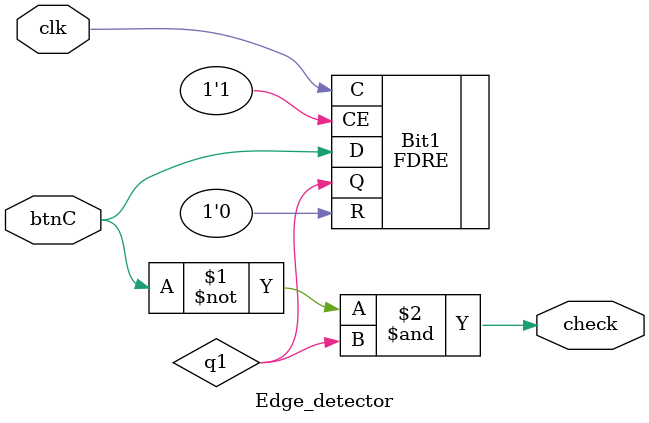
<source format=v>
`timescale 1ns / 1ps


module Edge_detector(
input btnC,clk,
output check
    );
wire q1,q2;
FDRE #(.INIT(1'b0)) Bit1 (.C(clk), .R(1'b0), .CE(1'b1), .D(btnC), .Q(q1));
//FDRE #(.INIT(1'b0)) Bit2 (.C(clk), .R(1'b0), .CE(1'b1), .D(q1), .Q(q2));
assign check=(~btnC & q1);
endmodule

</source>
